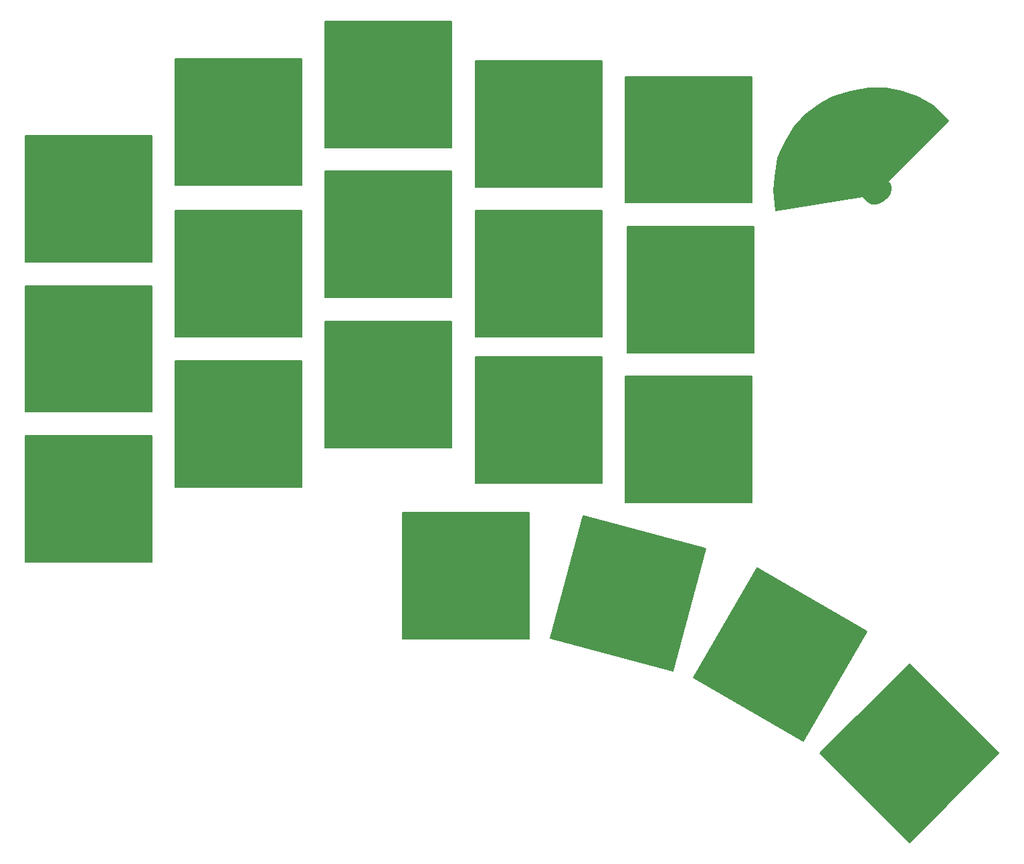
<source format=gbr>
%TF.GenerationSoftware,KiCad,Pcbnew,(5.99.0-10697-g71f40bd67c)*%
%TF.CreationDate,2021-06-16T08:39:25+02:00*%
%TF.ProjectId,switchplate,73776974-6368-4706-9c61-74652e6b6963,rev?*%
%TF.SameCoordinates,Original*%
%TF.FileFunction,Copper,L2,Bot*%
%TF.FilePolarity,Positive*%
%FSLAX46Y46*%
G04 Gerber Fmt 4.6, Leading zero omitted, Abs format (unit mm)*
G04 Created by KiCad (PCBNEW (5.99.0-10697-g71f40bd67c)) date 2021-06-16 08:39:25*
%MOMM*%
%LPD*%
G01*
G04 APERTURE LIST*
%TA.AperFunction,NonConductor*%
%ADD10C,0.200000*%
%TD*%
G04 APERTURE END LIST*
D10*
X99000000Y-74500000D02*
X83000000Y-74500000D01*
X83000000Y-74500000D02*
X83000000Y-58500000D01*
X83000000Y-58500000D02*
X99000000Y-58500000D01*
X99000000Y-58500000D02*
X99000000Y-74500000D01*
G36*
X99000000Y-74500000D02*
G01*
X83000000Y-74500000D01*
X83000000Y-58500000D01*
X99000000Y-58500000D01*
X99000000Y-74500000D01*
G37*
X99000000Y-74500000D02*
X83000000Y-74500000D01*
X83000000Y-58500000D01*
X99000000Y-58500000D01*
X99000000Y-74500000D01*
X118000000Y-84000000D02*
X102000000Y-84000000D01*
X102000000Y-84000000D02*
X102000000Y-68000000D01*
X102000000Y-68000000D02*
X118000000Y-68000000D01*
X118000000Y-68000000D02*
X118000000Y-84000000D01*
G36*
X118000000Y-84000000D02*
G01*
X102000000Y-84000000D01*
X102000000Y-68000000D01*
X118000000Y-68000000D01*
X118000000Y-84000000D01*
G37*
X118000000Y-84000000D02*
X102000000Y-84000000D01*
X102000000Y-68000000D01*
X118000000Y-68000000D01*
X118000000Y-84000000D01*
X194000000Y-52900000D02*
X196000000Y-53600000D01*
X196000000Y-53600000D02*
X197900000Y-54700000D01*
X197900000Y-54700000D02*
X199900000Y-56600000D01*
X199900000Y-56600000D02*
X192200000Y-64300000D01*
X192200000Y-64300000D02*
X192500000Y-64600000D01*
X192500000Y-64600000D02*
X192600000Y-65200000D01*
X192600000Y-65200000D02*
X192500000Y-65800000D01*
X192500000Y-65800000D02*
X192200000Y-66300000D01*
X192200000Y-66300000D02*
X191600000Y-66800000D01*
X191600000Y-66800000D02*
X190800000Y-67100000D01*
X190800000Y-67100000D02*
X190100000Y-67100000D01*
X190100000Y-67100000D02*
X189600000Y-66800000D01*
X189600000Y-66800000D02*
X189000000Y-66200000D01*
X189000000Y-66200000D02*
X178000000Y-68000000D01*
X178000000Y-68000000D02*
X177800000Y-65400000D01*
X177800000Y-65400000D02*
X177900000Y-63700000D01*
X177900000Y-63700000D02*
X178300000Y-61300000D01*
X178300000Y-61300000D02*
X179200000Y-59300000D01*
X179200000Y-59300000D02*
X180400000Y-57300000D01*
X180400000Y-57300000D02*
X181800000Y-55800000D01*
X181800000Y-55800000D02*
X183700000Y-54400000D01*
X183700000Y-54400000D02*
X185200000Y-53600000D01*
X185200000Y-53600000D02*
X187500000Y-52900000D01*
X187500000Y-52900000D02*
X189800000Y-52500000D01*
X189800000Y-52500000D02*
X191900000Y-52500000D01*
X191900000Y-52500000D02*
X194000000Y-52900000D01*
G36*
X194000000Y-52900000D02*
G01*
X196000000Y-53600000D01*
X197900000Y-54700000D01*
X199900000Y-56600000D01*
X192200000Y-64300000D01*
X192500000Y-64600000D01*
X192600000Y-65200000D01*
X192500000Y-65800000D01*
X192200000Y-66300000D01*
X191600000Y-66800000D01*
X190800000Y-67100000D01*
X190100000Y-67100000D01*
X189600000Y-66800000D01*
X189000000Y-66200000D01*
X178000000Y-68000000D01*
X177800000Y-65400000D01*
X177900000Y-63700000D01*
X178300000Y-61300000D01*
X179200000Y-59300000D01*
X180400000Y-57300000D01*
X181800000Y-55800000D01*
X183700000Y-54400000D01*
X185200000Y-53600000D01*
X187500000Y-52900000D01*
X189800000Y-52500000D01*
X191900000Y-52500000D01*
X194000000Y-52900000D01*
G37*
X194000000Y-52900000D02*
X196000000Y-53600000D01*
X197900000Y-54700000D01*
X199900000Y-56600000D01*
X192200000Y-64300000D01*
X192500000Y-64600000D01*
X192600000Y-65200000D01*
X192500000Y-65800000D01*
X192200000Y-66300000D01*
X191600000Y-66800000D01*
X190800000Y-67100000D01*
X190100000Y-67100000D01*
X189600000Y-66800000D01*
X189000000Y-66200000D01*
X178000000Y-68000000D01*
X177800000Y-65400000D01*
X177900000Y-63700000D01*
X178300000Y-61300000D01*
X179200000Y-59300000D01*
X180400000Y-57300000D01*
X181800000Y-55800000D01*
X183700000Y-54400000D01*
X185200000Y-53600000D01*
X187500000Y-52900000D01*
X189800000Y-52500000D01*
X191900000Y-52500000D01*
X194000000Y-52900000D01*
X137000000Y-98000000D02*
X121000000Y-98000000D01*
X121000000Y-98000000D02*
X121000000Y-82000000D01*
X121000000Y-82000000D02*
X137000000Y-82000000D01*
X137000000Y-82000000D02*
X137000000Y-98000000D01*
G36*
X137000000Y-98000000D02*
G01*
X121000000Y-98000000D01*
X121000000Y-82000000D01*
X137000000Y-82000000D01*
X137000000Y-98000000D01*
G37*
X137000000Y-98000000D02*
X121000000Y-98000000D01*
X121000000Y-82000000D01*
X137000000Y-82000000D01*
X137000000Y-98000000D01*
X99000000Y-112500000D02*
X83000000Y-112500000D01*
X83000000Y-112500000D02*
X83000000Y-96500000D01*
X83000000Y-96500000D02*
X99000000Y-96500000D01*
X99000000Y-96500000D02*
X99000000Y-112500000D01*
G36*
X99000000Y-112500000D02*
G01*
X83000000Y-112500000D01*
X83000000Y-96500000D01*
X99000000Y-96500000D01*
X99000000Y-112500000D01*
G37*
X99000000Y-112500000D02*
X83000000Y-112500000D01*
X83000000Y-96500000D01*
X99000000Y-96500000D01*
X99000000Y-112500000D01*
X99000000Y-93500000D02*
X83000000Y-93500000D01*
X83000000Y-93500000D02*
X83000000Y-77500000D01*
X83000000Y-77500000D02*
X99000000Y-77500000D01*
X99000000Y-77500000D02*
X99000000Y-93500000D01*
G36*
X99000000Y-93500000D02*
G01*
X83000000Y-93500000D01*
X83000000Y-77500000D01*
X99000000Y-77500000D01*
X99000000Y-93500000D01*
G37*
X99000000Y-93500000D02*
X83000000Y-93500000D01*
X83000000Y-77500000D01*
X99000000Y-77500000D01*
X99000000Y-93500000D01*
X175250000Y-86000000D02*
X159250000Y-86000000D01*
X159250000Y-86000000D02*
X159250000Y-70000000D01*
X159250000Y-70000000D02*
X175250000Y-70000000D01*
X175250000Y-70000000D02*
X175250000Y-86000000D01*
G36*
X175250000Y-86000000D02*
G01*
X159250000Y-86000000D01*
X159250000Y-70000000D01*
X175250000Y-70000000D01*
X175250000Y-86000000D01*
G37*
X175250000Y-86000000D02*
X159250000Y-86000000D01*
X159250000Y-70000000D01*
X175250000Y-70000000D01*
X175250000Y-86000000D01*
X137000000Y-79000000D02*
X121000000Y-79000000D01*
X121000000Y-79000000D02*
X121000000Y-63000000D01*
X121000000Y-63000000D02*
X137000000Y-63000000D01*
X137000000Y-63000000D02*
X137000000Y-79000000D01*
G36*
X137000000Y-79000000D02*
G01*
X121000000Y-79000000D01*
X121000000Y-63000000D01*
X137000000Y-63000000D01*
X137000000Y-79000000D01*
G37*
X137000000Y-79000000D02*
X121000000Y-79000000D01*
X121000000Y-63000000D01*
X137000000Y-63000000D01*
X137000000Y-79000000D01*
X118000000Y-103000000D02*
X102000000Y-103000000D01*
X102000000Y-103000000D02*
X102000000Y-87000000D01*
X102000000Y-87000000D02*
X118000000Y-87000000D01*
X118000000Y-87000000D02*
X118000000Y-103000000D01*
G36*
X118000000Y-103000000D02*
G01*
X102000000Y-103000000D01*
X102000000Y-87000000D01*
X118000000Y-87000000D01*
X118000000Y-103000000D01*
G37*
X118000000Y-103000000D02*
X102000000Y-103000000D01*
X102000000Y-87000000D01*
X118000000Y-87000000D01*
X118000000Y-103000000D01*
X175000000Y-67000000D02*
X159000000Y-67000000D01*
X159000000Y-67000000D02*
X159000000Y-51000000D01*
X159000000Y-51000000D02*
X175000000Y-51000000D01*
X175000000Y-51000000D02*
X175000000Y-67000000D01*
G36*
X175000000Y-67000000D02*
G01*
X159000000Y-67000000D01*
X159000000Y-51000000D01*
X175000000Y-51000000D01*
X175000000Y-67000000D01*
G37*
X175000000Y-67000000D02*
X159000000Y-67000000D01*
X159000000Y-51000000D01*
X175000000Y-51000000D01*
X175000000Y-67000000D01*
X194928930Y-148071068D02*
X183615225Y-136757357D01*
X183615225Y-136757357D02*
X194928932Y-125443648D01*
X194928932Y-125443648D02*
X206242642Y-136757357D01*
X206242642Y-136757357D02*
X194928930Y-148071068D01*
G36*
X206242642Y-136757357D02*
G01*
X194928930Y-148071068D01*
X183615225Y-136757357D01*
X194928932Y-125443648D01*
X206242642Y-136757357D01*
G37*
X206242642Y-136757357D02*
X194928930Y-148071068D01*
X183615225Y-136757357D01*
X194928932Y-125443648D01*
X206242642Y-136757357D01*
X181499999Y-135160255D02*
X167643595Y-127160253D01*
X167643595Y-127160253D02*
X175643592Y-113303845D01*
X175643592Y-113303845D02*
X189499999Y-121303845D01*
X189499999Y-121303845D02*
X181499999Y-135160255D01*
G36*
X189499999Y-121303845D02*
G01*
X181499999Y-135160255D01*
X167643595Y-127160253D01*
X175643592Y-113303845D01*
X189499999Y-121303845D01*
G37*
X189499999Y-121303845D02*
X181499999Y-135160255D01*
X167643595Y-127160253D01*
X175643592Y-113303845D01*
X189499999Y-121303845D01*
X156000000Y-65000000D02*
X140000000Y-65000000D01*
X140000000Y-65000000D02*
X140000000Y-49000000D01*
X140000000Y-49000000D02*
X156000000Y-49000000D01*
X156000000Y-49000000D02*
X156000000Y-65000000D01*
G36*
X156000000Y-65000000D02*
G01*
X140000000Y-65000000D01*
X140000000Y-49000000D01*
X156000000Y-49000000D01*
X156000000Y-65000000D01*
G37*
X156000000Y-65000000D02*
X140000000Y-65000000D01*
X140000000Y-49000000D01*
X156000000Y-49000000D01*
X156000000Y-65000000D01*
X118000000Y-64750000D02*
X102000000Y-64750000D01*
X102000000Y-64750000D02*
X102000000Y-48750000D01*
X102000000Y-48750000D02*
X118000000Y-48750000D01*
X118000000Y-48750000D02*
X118000000Y-64750000D01*
G36*
X118000000Y-64750000D02*
G01*
X102000000Y-64750000D01*
X102000000Y-48750000D01*
X118000000Y-48750000D01*
X118000000Y-64750000D01*
G37*
X118000000Y-64750000D02*
X102000000Y-64750000D01*
X102000000Y-48750000D01*
X118000000Y-48750000D01*
X118000000Y-64750000D01*
X146750000Y-122250000D02*
X130750000Y-122250000D01*
X130750000Y-122250000D02*
X130750000Y-106250000D01*
X130750000Y-106250000D02*
X146750000Y-106250000D01*
X146750000Y-106250000D02*
X146750000Y-122250000D01*
G36*
X146750000Y-122250000D02*
G01*
X130750000Y-122250000D01*
X130750000Y-106250000D01*
X146750000Y-106250000D01*
X146750000Y-122250000D01*
G37*
X146750000Y-122250000D02*
X130750000Y-122250000D01*
X130750000Y-106250000D01*
X146750000Y-106250000D01*
X146750000Y-122250000D01*
X156000000Y-102500000D02*
X140000000Y-102500000D01*
X140000000Y-102500000D02*
X140000000Y-86500000D01*
X140000000Y-86500000D02*
X156000000Y-86500000D01*
X156000000Y-86500000D02*
X156000000Y-102500000D01*
G36*
X156000000Y-102500000D02*
G01*
X140000000Y-102500000D01*
X140000000Y-86500000D01*
X156000000Y-86500000D01*
X156000000Y-102500000D01*
G37*
X156000000Y-102500000D02*
X140000000Y-102500000D01*
X140000000Y-86500000D01*
X156000000Y-86500000D01*
X156000000Y-102500000D01*
X156000000Y-84000000D02*
X140000000Y-84000000D01*
X140000000Y-84000000D02*
X140000000Y-68000000D01*
X140000000Y-68000000D02*
X156000000Y-68000000D01*
X156000000Y-68000000D02*
X156000000Y-84000000D01*
G36*
X156000000Y-84000000D02*
G01*
X140000000Y-84000000D01*
X140000000Y-68000000D01*
X156000000Y-68000000D01*
X156000000Y-84000000D01*
G37*
X156000000Y-84000000D02*
X140000000Y-84000000D01*
X140000000Y-68000000D01*
X156000000Y-68000000D01*
X156000000Y-84000000D01*
X175000000Y-105000000D02*
X159000000Y-105000000D01*
X159000000Y-105000000D02*
X159000000Y-89000000D01*
X159000000Y-89000000D02*
X175000000Y-89000000D01*
X175000000Y-89000000D02*
X175000000Y-105000000D01*
G36*
X175000000Y-105000000D02*
G01*
X159000000Y-105000000D01*
X159000000Y-89000000D01*
X175000000Y-89000000D01*
X175000000Y-105000000D01*
G37*
X175000000Y-105000000D02*
X159000000Y-105000000D01*
X159000000Y-89000000D01*
X175000000Y-89000000D01*
X175000000Y-105000000D01*
X137000000Y-60000000D02*
X121000000Y-60000000D01*
X121000000Y-60000000D02*
X121000000Y-44000000D01*
X121000000Y-44000000D02*
X137000000Y-44000000D01*
X137000000Y-44000000D02*
X137000000Y-60000000D01*
G36*
X137000000Y-60000000D02*
G01*
X121000000Y-60000000D01*
X121000000Y-44000000D01*
X137000000Y-44000000D01*
X137000000Y-60000000D01*
G37*
X137000000Y-60000000D02*
X121000000Y-60000000D01*
X121000000Y-44000000D01*
X137000000Y-44000000D01*
X137000000Y-60000000D01*
X164984226Y-126272972D02*
X149529414Y-122131867D01*
X149529414Y-122131867D02*
X153670517Y-106677052D01*
X153670517Y-106677052D02*
X169125331Y-110818155D01*
X169125331Y-110818155D02*
X164984226Y-126272972D01*
G36*
X169125331Y-110818155D02*
G01*
X164984226Y-126272972D01*
X149529414Y-122131867D01*
X153670517Y-106677052D01*
X169125331Y-110818155D01*
G37*
X169125331Y-110818155D02*
X164984226Y-126272972D01*
X149529414Y-122131867D01*
X153670517Y-106677052D01*
X169125331Y-110818155D01*
M02*

</source>
